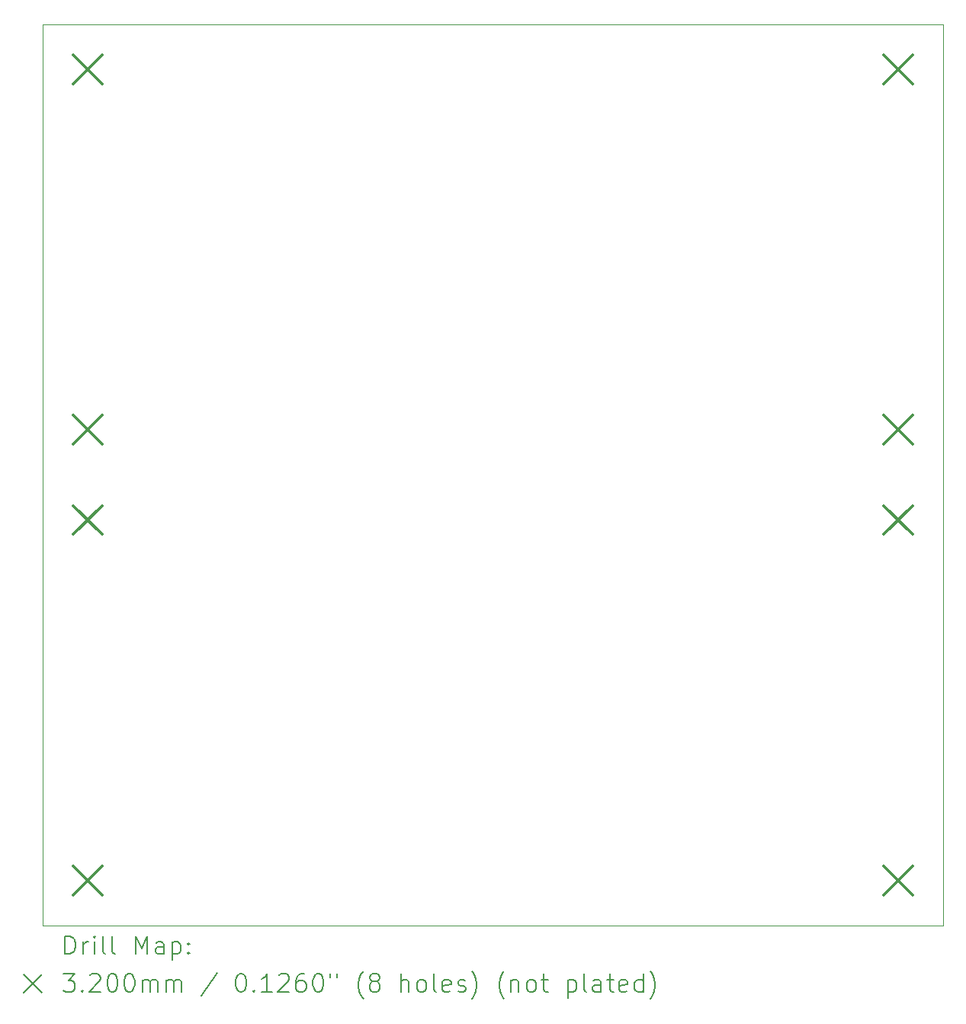
<source format=gbr>
%FSLAX45Y45*%
G04 Gerber Fmt 4.5, Leading zero omitted, Abs format (unit mm)*
G04 Created by KiCad (PCBNEW (6.0.0)) date 2022-01-21 17:30:21*
%MOMM*%
%LPD*%
G01*
G04 APERTURE LIST*
%TA.AperFunction,Profile*%
%ADD10C,0.100000*%
%TD*%
%ADD11C,0.200000*%
%ADD12C,0.320000*%
G04 APERTURE END LIST*
D10*
X20000000Y-15000000D02*
X10000000Y-15000000D01*
X10000000Y-15000000D02*
X10000000Y-5000000D01*
X10000000Y-5000000D02*
X20000000Y-5000000D01*
X20000000Y-5000000D02*
X20000000Y-15000000D01*
D11*
D12*
X10340000Y-5340000D02*
X10660000Y-5660000D01*
X10660000Y-5340000D02*
X10340000Y-5660000D01*
X10340000Y-9340000D02*
X10660000Y-9660000D01*
X10660000Y-9340000D02*
X10340000Y-9660000D01*
X10340000Y-10340000D02*
X10660000Y-10660000D01*
X10660000Y-10340000D02*
X10340000Y-10660000D01*
X10340000Y-14340000D02*
X10660000Y-14660000D01*
X10660000Y-14340000D02*
X10340000Y-14660000D01*
X19340000Y-5340000D02*
X19660000Y-5660000D01*
X19660000Y-5340000D02*
X19340000Y-5660000D01*
X19340000Y-9340000D02*
X19660000Y-9660000D01*
X19660000Y-9340000D02*
X19340000Y-9660000D01*
X19340000Y-10340000D02*
X19660000Y-10660000D01*
X19660000Y-10340000D02*
X19340000Y-10660000D01*
X19340000Y-14340000D02*
X19660000Y-14660000D01*
X19660000Y-14340000D02*
X19340000Y-14660000D01*
D11*
X10252619Y-15315476D02*
X10252619Y-15115476D01*
X10300238Y-15115476D01*
X10328810Y-15125000D01*
X10347857Y-15144048D01*
X10357381Y-15163095D01*
X10366905Y-15201190D01*
X10366905Y-15229762D01*
X10357381Y-15267857D01*
X10347857Y-15286905D01*
X10328810Y-15305952D01*
X10300238Y-15315476D01*
X10252619Y-15315476D01*
X10452619Y-15315476D02*
X10452619Y-15182143D01*
X10452619Y-15220238D02*
X10462143Y-15201190D01*
X10471667Y-15191667D01*
X10490714Y-15182143D01*
X10509762Y-15182143D01*
X10576429Y-15315476D02*
X10576429Y-15182143D01*
X10576429Y-15115476D02*
X10566905Y-15125000D01*
X10576429Y-15134524D01*
X10585952Y-15125000D01*
X10576429Y-15115476D01*
X10576429Y-15134524D01*
X10700238Y-15315476D02*
X10681190Y-15305952D01*
X10671667Y-15286905D01*
X10671667Y-15115476D01*
X10805000Y-15315476D02*
X10785952Y-15305952D01*
X10776429Y-15286905D01*
X10776429Y-15115476D01*
X11033571Y-15315476D02*
X11033571Y-15115476D01*
X11100238Y-15258333D01*
X11166905Y-15115476D01*
X11166905Y-15315476D01*
X11347857Y-15315476D02*
X11347857Y-15210714D01*
X11338333Y-15191667D01*
X11319286Y-15182143D01*
X11281190Y-15182143D01*
X11262143Y-15191667D01*
X11347857Y-15305952D02*
X11328809Y-15315476D01*
X11281190Y-15315476D01*
X11262143Y-15305952D01*
X11252619Y-15286905D01*
X11252619Y-15267857D01*
X11262143Y-15248809D01*
X11281190Y-15239286D01*
X11328809Y-15239286D01*
X11347857Y-15229762D01*
X11443095Y-15182143D02*
X11443095Y-15382143D01*
X11443095Y-15191667D02*
X11462143Y-15182143D01*
X11500238Y-15182143D01*
X11519286Y-15191667D01*
X11528809Y-15201190D01*
X11538333Y-15220238D01*
X11538333Y-15277381D01*
X11528809Y-15296428D01*
X11519286Y-15305952D01*
X11500238Y-15315476D01*
X11462143Y-15315476D01*
X11443095Y-15305952D01*
X11624048Y-15296428D02*
X11633571Y-15305952D01*
X11624048Y-15315476D01*
X11614524Y-15305952D01*
X11624048Y-15296428D01*
X11624048Y-15315476D01*
X11624048Y-15191667D02*
X11633571Y-15201190D01*
X11624048Y-15210714D01*
X11614524Y-15201190D01*
X11624048Y-15191667D01*
X11624048Y-15210714D01*
X9795000Y-15545000D02*
X9995000Y-15745000D01*
X9995000Y-15545000D02*
X9795000Y-15745000D01*
X10233571Y-15535476D02*
X10357381Y-15535476D01*
X10290714Y-15611667D01*
X10319286Y-15611667D01*
X10338333Y-15621190D01*
X10347857Y-15630714D01*
X10357381Y-15649762D01*
X10357381Y-15697381D01*
X10347857Y-15716428D01*
X10338333Y-15725952D01*
X10319286Y-15735476D01*
X10262143Y-15735476D01*
X10243095Y-15725952D01*
X10233571Y-15716428D01*
X10443095Y-15716428D02*
X10452619Y-15725952D01*
X10443095Y-15735476D01*
X10433571Y-15725952D01*
X10443095Y-15716428D01*
X10443095Y-15735476D01*
X10528810Y-15554524D02*
X10538333Y-15545000D01*
X10557381Y-15535476D01*
X10605000Y-15535476D01*
X10624048Y-15545000D01*
X10633571Y-15554524D01*
X10643095Y-15573571D01*
X10643095Y-15592619D01*
X10633571Y-15621190D01*
X10519286Y-15735476D01*
X10643095Y-15735476D01*
X10766905Y-15535476D02*
X10785952Y-15535476D01*
X10805000Y-15545000D01*
X10814524Y-15554524D01*
X10824048Y-15573571D01*
X10833571Y-15611667D01*
X10833571Y-15659286D01*
X10824048Y-15697381D01*
X10814524Y-15716428D01*
X10805000Y-15725952D01*
X10785952Y-15735476D01*
X10766905Y-15735476D01*
X10747857Y-15725952D01*
X10738333Y-15716428D01*
X10728810Y-15697381D01*
X10719286Y-15659286D01*
X10719286Y-15611667D01*
X10728810Y-15573571D01*
X10738333Y-15554524D01*
X10747857Y-15545000D01*
X10766905Y-15535476D01*
X10957381Y-15535476D02*
X10976429Y-15535476D01*
X10995476Y-15545000D01*
X11005000Y-15554524D01*
X11014524Y-15573571D01*
X11024048Y-15611667D01*
X11024048Y-15659286D01*
X11014524Y-15697381D01*
X11005000Y-15716428D01*
X10995476Y-15725952D01*
X10976429Y-15735476D01*
X10957381Y-15735476D01*
X10938333Y-15725952D01*
X10928810Y-15716428D01*
X10919286Y-15697381D01*
X10909762Y-15659286D01*
X10909762Y-15611667D01*
X10919286Y-15573571D01*
X10928810Y-15554524D01*
X10938333Y-15545000D01*
X10957381Y-15535476D01*
X11109762Y-15735476D02*
X11109762Y-15602143D01*
X11109762Y-15621190D02*
X11119286Y-15611667D01*
X11138333Y-15602143D01*
X11166905Y-15602143D01*
X11185952Y-15611667D01*
X11195476Y-15630714D01*
X11195476Y-15735476D01*
X11195476Y-15630714D02*
X11205000Y-15611667D01*
X11224048Y-15602143D01*
X11252619Y-15602143D01*
X11271667Y-15611667D01*
X11281190Y-15630714D01*
X11281190Y-15735476D01*
X11376428Y-15735476D02*
X11376428Y-15602143D01*
X11376428Y-15621190D02*
X11385952Y-15611667D01*
X11405000Y-15602143D01*
X11433571Y-15602143D01*
X11452619Y-15611667D01*
X11462143Y-15630714D01*
X11462143Y-15735476D01*
X11462143Y-15630714D02*
X11471667Y-15611667D01*
X11490714Y-15602143D01*
X11519286Y-15602143D01*
X11538333Y-15611667D01*
X11547857Y-15630714D01*
X11547857Y-15735476D01*
X11938333Y-15525952D02*
X11766905Y-15783095D01*
X12195476Y-15535476D02*
X12214524Y-15535476D01*
X12233571Y-15545000D01*
X12243095Y-15554524D01*
X12252619Y-15573571D01*
X12262143Y-15611667D01*
X12262143Y-15659286D01*
X12252619Y-15697381D01*
X12243095Y-15716428D01*
X12233571Y-15725952D01*
X12214524Y-15735476D01*
X12195476Y-15735476D01*
X12176428Y-15725952D01*
X12166905Y-15716428D01*
X12157381Y-15697381D01*
X12147857Y-15659286D01*
X12147857Y-15611667D01*
X12157381Y-15573571D01*
X12166905Y-15554524D01*
X12176428Y-15545000D01*
X12195476Y-15535476D01*
X12347857Y-15716428D02*
X12357381Y-15725952D01*
X12347857Y-15735476D01*
X12338333Y-15725952D01*
X12347857Y-15716428D01*
X12347857Y-15735476D01*
X12547857Y-15735476D02*
X12433571Y-15735476D01*
X12490714Y-15735476D02*
X12490714Y-15535476D01*
X12471667Y-15564048D01*
X12452619Y-15583095D01*
X12433571Y-15592619D01*
X12624048Y-15554524D02*
X12633571Y-15545000D01*
X12652619Y-15535476D01*
X12700238Y-15535476D01*
X12719286Y-15545000D01*
X12728809Y-15554524D01*
X12738333Y-15573571D01*
X12738333Y-15592619D01*
X12728809Y-15621190D01*
X12614524Y-15735476D01*
X12738333Y-15735476D01*
X12909762Y-15535476D02*
X12871667Y-15535476D01*
X12852619Y-15545000D01*
X12843095Y-15554524D01*
X12824048Y-15583095D01*
X12814524Y-15621190D01*
X12814524Y-15697381D01*
X12824048Y-15716428D01*
X12833571Y-15725952D01*
X12852619Y-15735476D01*
X12890714Y-15735476D01*
X12909762Y-15725952D01*
X12919286Y-15716428D01*
X12928809Y-15697381D01*
X12928809Y-15649762D01*
X12919286Y-15630714D01*
X12909762Y-15621190D01*
X12890714Y-15611667D01*
X12852619Y-15611667D01*
X12833571Y-15621190D01*
X12824048Y-15630714D01*
X12814524Y-15649762D01*
X13052619Y-15535476D02*
X13071667Y-15535476D01*
X13090714Y-15545000D01*
X13100238Y-15554524D01*
X13109762Y-15573571D01*
X13119286Y-15611667D01*
X13119286Y-15659286D01*
X13109762Y-15697381D01*
X13100238Y-15716428D01*
X13090714Y-15725952D01*
X13071667Y-15735476D01*
X13052619Y-15735476D01*
X13033571Y-15725952D01*
X13024048Y-15716428D01*
X13014524Y-15697381D01*
X13005000Y-15659286D01*
X13005000Y-15611667D01*
X13014524Y-15573571D01*
X13024048Y-15554524D01*
X13033571Y-15545000D01*
X13052619Y-15535476D01*
X13195476Y-15535476D02*
X13195476Y-15573571D01*
X13271667Y-15535476D02*
X13271667Y-15573571D01*
X13566905Y-15811667D02*
X13557381Y-15802143D01*
X13538333Y-15773571D01*
X13528809Y-15754524D01*
X13519286Y-15725952D01*
X13509762Y-15678333D01*
X13509762Y-15640238D01*
X13519286Y-15592619D01*
X13528809Y-15564048D01*
X13538333Y-15545000D01*
X13557381Y-15516428D01*
X13566905Y-15506905D01*
X13671667Y-15621190D02*
X13652619Y-15611667D01*
X13643095Y-15602143D01*
X13633571Y-15583095D01*
X13633571Y-15573571D01*
X13643095Y-15554524D01*
X13652619Y-15545000D01*
X13671667Y-15535476D01*
X13709762Y-15535476D01*
X13728809Y-15545000D01*
X13738333Y-15554524D01*
X13747857Y-15573571D01*
X13747857Y-15583095D01*
X13738333Y-15602143D01*
X13728809Y-15611667D01*
X13709762Y-15621190D01*
X13671667Y-15621190D01*
X13652619Y-15630714D01*
X13643095Y-15640238D01*
X13633571Y-15659286D01*
X13633571Y-15697381D01*
X13643095Y-15716428D01*
X13652619Y-15725952D01*
X13671667Y-15735476D01*
X13709762Y-15735476D01*
X13728809Y-15725952D01*
X13738333Y-15716428D01*
X13747857Y-15697381D01*
X13747857Y-15659286D01*
X13738333Y-15640238D01*
X13728809Y-15630714D01*
X13709762Y-15621190D01*
X13985952Y-15735476D02*
X13985952Y-15535476D01*
X14071667Y-15735476D02*
X14071667Y-15630714D01*
X14062143Y-15611667D01*
X14043095Y-15602143D01*
X14014524Y-15602143D01*
X13995476Y-15611667D01*
X13985952Y-15621190D01*
X14195476Y-15735476D02*
X14176428Y-15725952D01*
X14166905Y-15716428D01*
X14157381Y-15697381D01*
X14157381Y-15640238D01*
X14166905Y-15621190D01*
X14176428Y-15611667D01*
X14195476Y-15602143D01*
X14224048Y-15602143D01*
X14243095Y-15611667D01*
X14252619Y-15621190D01*
X14262143Y-15640238D01*
X14262143Y-15697381D01*
X14252619Y-15716428D01*
X14243095Y-15725952D01*
X14224048Y-15735476D01*
X14195476Y-15735476D01*
X14376428Y-15735476D02*
X14357381Y-15725952D01*
X14347857Y-15706905D01*
X14347857Y-15535476D01*
X14528809Y-15725952D02*
X14509762Y-15735476D01*
X14471667Y-15735476D01*
X14452619Y-15725952D01*
X14443095Y-15706905D01*
X14443095Y-15630714D01*
X14452619Y-15611667D01*
X14471667Y-15602143D01*
X14509762Y-15602143D01*
X14528809Y-15611667D01*
X14538333Y-15630714D01*
X14538333Y-15649762D01*
X14443095Y-15668809D01*
X14614524Y-15725952D02*
X14633571Y-15735476D01*
X14671667Y-15735476D01*
X14690714Y-15725952D01*
X14700238Y-15706905D01*
X14700238Y-15697381D01*
X14690714Y-15678333D01*
X14671667Y-15668809D01*
X14643095Y-15668809D01*
X14624048Y-15659286D01*
X14614524Y-15640238D01*
X14614524Y-15630714D01*
X14624048Y-15611667D01*
X14643095Y-15602143D01*
X14671667Y-15602143D01*
X14690714Y-15611667D01*
X14766905Y-15811667D02*
X14776428Y-15802143D01*
X14795476Y-15773571D01*
X14805000Y-15754524D01*
X14814524Y-15725952D01*
X14824048Y-15678333D01*
X14824048Y-15640238D01*
X14814524Y-15592619D01*
X14805000Y-15564048D01*
X14795476Y-15545000D01*
X14776428Y-15516428D01*
X14766905Y-15506905D01*
X15128809Y-15811667D02*
X15119286Y-15802143D01*
X15100238Y-15773571D01*
X15090714Y-15754524D01*
X15081190Y-15725952D01*
X15071667Y-15678333D01*
X15071667Y-15640238D01*
X15081190Y-15592619D01*
X15090714Y-15564048D01*
X15100238Y-15545000D01*
X15119286Y-15516428D01*
X15128809Y-15506905D01*
X15205000Y-15602143D02*
X15205000Y-15735476D01*
X15205000Y-15621190D02*
X15214524Y-15611667D01*
X15233571Y-15602143D01*
X15262143Y-15602143D01*
X15281190Y-15611667D01*
X15290714Y-15630714D01*
X15290714Y-15735476D01*
X15414524Y-15735476D02*
X15395476Y-15725952D01*
X15385952Y-15716428D01*
X15376428Y-15697381D01*
X15376428Y-15640238D01*
X15385952Y-15621190D01*
X15395476Y-15611667D01*
X15414524Y-15602143D01*
X15443095Y-15602143D01*
X15462143Y-15611667D01*
X15471667Y-15621190D01*
X15481190Y-15640238D01*
X15481190Y-15697381D01*
X15471667Y-15716428D01*
X15462143Y-15725952D01*
X15443095Y-15735476D01*
X15414524Y-15735476D01*
X15538333Y-15602143D02*
X15614524Y-15602143D01*
X15566905Y-15535476D02*
X15566905Y-15706905D01*
X15576428Y-15725952D01*
X15595476Y-15735476D01*
X15614524Y-15735476D01*
X15833571Y-15602143D02*
X15833571Y-15802143D01*
X15833571Y-15611667D02*
X15852619Y-15602143D01*
X15890714Y-15602143D01*
X15909762Y-15611667D01*
X15919286Y-15621190D01*
X15928809Y-15640238D01*
X15928809Y-15697381D01*
X15919286Y-15716428D01*
X15909762Y-15725952D01*
X15890714Y-15735476D01*
X15852619Y-15735476D01*
X15833571Y-15725952D01*
X16043095Y-15735476D02*
X16024048Y-15725952D01*
X16014524Y-15706905D01*
X16014524Y-15535476D01*
X16205000Y-15735476D02*
X16205000Y-15630714D01*
X16195476Y-15611667D01*
X16176428Y-15602143D01*
X16138333Y-15602143D01*
X16119286Y-15611667D01*
X16205000Y-15725952D02*
X16185952Y-15735476D01*
X16138333Y-15735476D01*
X16119286Y-15725952D01*
X16109762Y-15706905D01*
X16109762Y-15687857D01*
X16119286Y-15668809D01*
X16138333Y-15659286D01*
X16185952Y-15659286D01*
X16205000Y-15649762D01*
X16271667Y-15602143D02*
X16347857Y-15602143D01*
X16300238Y-15535476D02*
X16300238Y-15706905D01*
X16309762Y-15725952D01*
X16328809Y-15735476D01*
X16347857Y-15735476D01*
X16490714Y-15725952D02*
X16471667Y-15735476D01*
X16433571Y-15735476D01*
X16414524Y-15725952D01*
X16405000Y-15706905D01*
X16405000Y-15630714D01*
X16414524Y-15611667D01*
X16433571Y-15602143D01*
X16471667Y-15602143D01*
X16490714Y-15611667D01*
X16500238Y-15630714D01*
X16500238Y-15649762D01*
X16405000Y-15668809D01*
X16671667Y-15735476D02*
X16671667Y-15535476D01*
X16671667Y-15725952D02*
X16652619Y-15735476D01*
X16614524Y-15735476D01*
X16595476Y-15725952D01*
X16585952Y-15716428D01*
X16576428Y-15697381D01*
X16576428Y-15640238D01*
X16585952Y-15621190D01*
X16595476Y-15611667D01*
X16614524Y-15602143D01*
X16652619Y-15602143D01*
X16671667Y-15611667D01*
X16747857Y-15811667D02*
X16757381Y-15802143D01*
X16776428Y-15773571D01*
X16785952Y-15754524D01*
X16795476Y-15725952D01*
X16805000Y-15678333D01*
X16805000Y-15640238D01*
X16795476Y-15592619D01*
X16785952Y-15564048D01*
X16776428Y-15545000D01*
X16757381Y-15516428D01*
X16747857Y-15506905D01*
M02*

</source>
